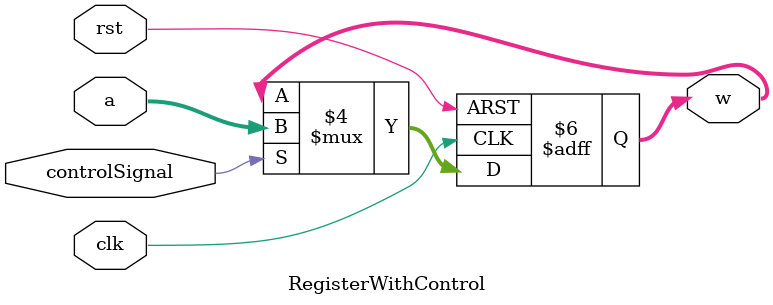
<source format=v>
module RegisterWithControl(clk, rst, controlSignal, a, w);
  input [31:0] a;
  input clk, rst, controlSignal;
  output reg [31:0] w;
  always @(posedge clk, posedge rst)
  begin
    if(rst == 1'b1)
      w <= 32'b0;
    else if(controlSignal == 1'b1)
      w <= a;
  end
endmodule


</source>
